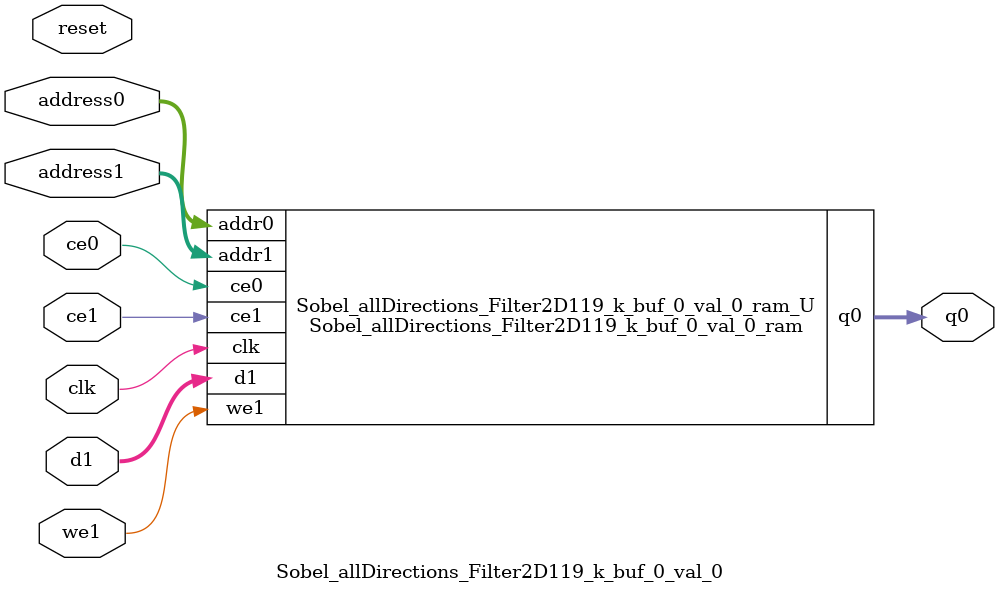
<source format=v>

`timescale 1 ns / 1 ps
module Sobel_allDirections_Filter2D119_k_buf_0_val_0_ram (addr0, ce0, q0, addr1, ce1, d1, we1,  clk);

parameter DWIDTH = 8;
parameter AWIDTH = 11;
parameter MEM_SIZE = 1920;

input[AWIDTH-1:0] addr0;
input ce0;
output reg[DWIDTH-1:0] q0;
input[AWIDTH-1:0] addr1;
input ce1;
input[DWIDTH-1:0] d1;
input we1;
input clk;

(* ram_style = "block" *)reg [DWIDTH-1:0] ram[MEM_SIZE-1:0];




always @(posedge clk)  
begin 
    if (ce0) 
    begin
            q0 <= ram[addr0];
    end
end


always @(posedge clk)  
begin 
    if (ce1) 
    begin
        if (we1) 
        begin 
            ram[addr1] <= d1; 
        end 
    end
end


endmodule


`timescale 1 ns / 1 ps
module Sobel_allDirections_Filter2D119_k_buf_0_val_0(
    reset,
    clk,
    address0,
    ce0,
    q0,
    address1,
    ce1,
    we1,
    d1);

parameter DataWidth = 32'd8;
parameter AddressRange = 32'd1920;
parameter AddressWidth = 32'd11;
input reset;
input clk;
input[AddressWidth - 1:0] address0;
input ce0;
output[DataWidth - 1:0] q0;
input[AddressWidth - 1:0] address1;
input ce1;
input we1;
input[DataWidth - 1:0] d1;



Sobel_allDirections_Filter2D119_k_buf_0_val_0_ram Sobel_allDirections_Filter2D119_k_buf_0_val_0_ram_U(
    .clk( clk ),
    .addr0( address0 ),
    .ce0( ce0 ),
    .q0( q0 ),
    .addr1( address1 ),
    .ce1( ce1 ),
    .d1( d1 ),
    .we1( we1 ));

endmodule


</source>
